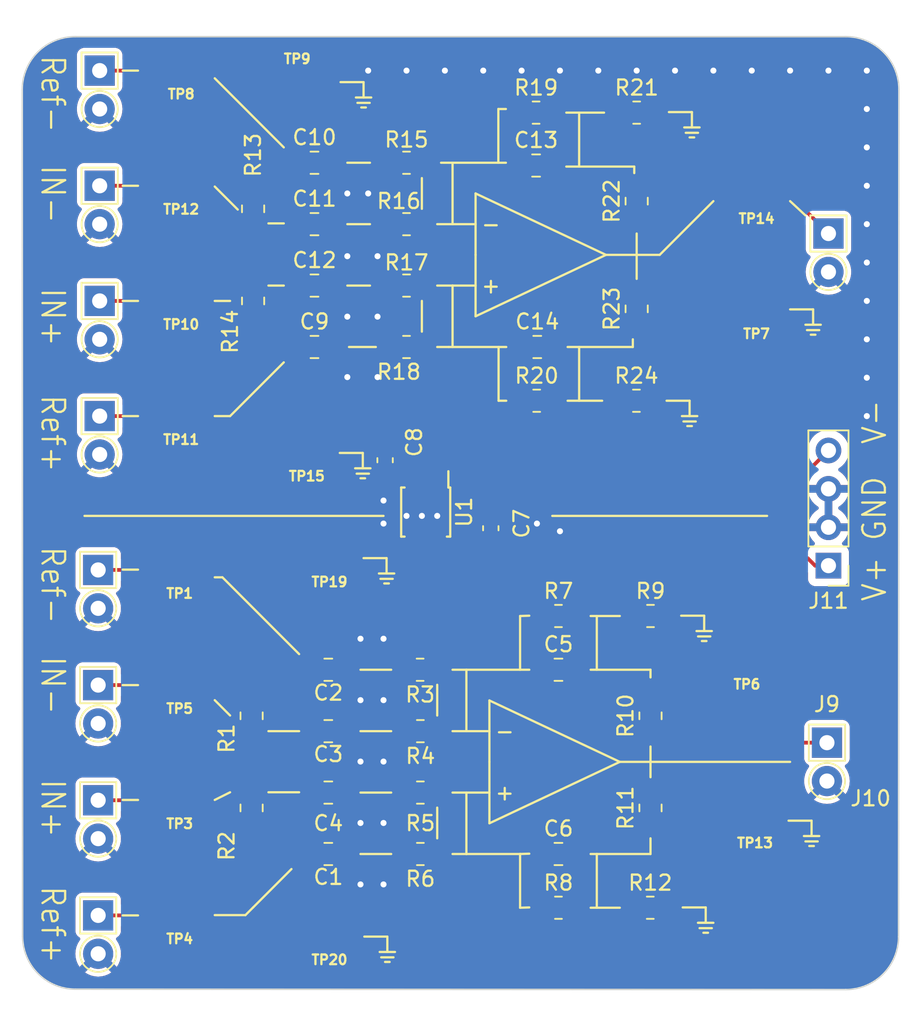
<source format=kicad_pcb>
(kicad_pcb (version 20221018) (generator pcbnew)
  (layers (0 "F.Cu" signal) (31 "B.Cu" signal) (34 "B.Paste" user) (35 "F.Paste" user) (36 "B.SilkS" user "B.Silkscreen") (37 "F.SilkS" user "F.Silkscreen") (38 "B.Mask" user) (39 "F.Mask" user) (44 "Edge.Cuts" user))
  (net 0 "")
  (net 1 "/-Vpwr")
  (net 2 "GND")
  (net 3 "/+Vpwr")
  (net 4 "Net-(J7-Pin_1)")
  (net 5 "Net-(C4-Pad2)")
  (net 6 "/Vout")
  (net 7 "Net-(J1-Pin_1)")
  (net 8 "Net-(C5-Pad2)")
  (net 9 "Net-(J3-Pin_1)")
  (net 10 "Net-(C9-Pad2)")
  (net 11 "Net-(J5-Pin_1)")
  (net 12 "Net-(C3-Pad2)")
  (net 13 "Net-(C6-Pad2)")
  (net 14 "Net-(C12-Pad2)")
  (net 15 "Net-(C13-Pad2)")
  (net 16 "Net-(C14-Pad2)")
  (net 17 "Net-(J18-Pin_1)")
  (net 18 "Net-(J12-Pin_1)")
  (net 19 "Net-(C1-Pad2)")
  (net 20 "Net-(J14-Pin_1)")
  (net 21 "Net-(C2-Pad2)")
  (net 22 "Net-(J16-Pin_1)")
  (net 23 "Net-(C10-Pad2)")
  (net 24 "Net-(C11-Pad2)")
  (net 25 "Net-(J20-Pin_1)")
  (net 26 "Net-(U1B--)")
  (net 27 "Net-(U1B-+)")
  (net 28 "Net-(U1A--)")
  (net 29 "Net-(U1A-+)")
  (footprint "Resistor_SMD:R_0805_2012Metric_Pad1.20x1.40mm_HandSolder" (layer "F.Cu") (at 122.836 161.056 180)
    (fp_text reference "R6")
    (fp_text value "R_Small")
  )
  (footprint "MyLib:TP420X150" (layer "F.Cu") (at 106.58 157.5 180)
    (fp_text reference "TP3")
    (fp_text value "RCWCTE")
  )
  (footprint "Resistor_SMD:R_0805_2012Metric_Pad1.20x1.40mm_HandSolder" (layer "F.Cu") (at 138.076 158.008 90)
    (fp_text reference "R11")
    (fp_text value "R_Small")
  )
  (footprint "Resistor_SMD:R_0805_2012Metric_Pad1.20x1.40mm_HandSolder" (layer "F.Cu") (at 137.16 117.856 90)
    (fp_text reference "R22")
    (fp_text value "R_Small")
  )
  (footprint "MyLib:TP420X150" (layer "F.Cu") (at 106.68 124.46 180)
    (fp_text reference "TP10")
    (fp_text value "RCWCTE")
  )
  (footprint "MyLib:TP420X150" (layer "F.Cu") (at 115 110)
    (fp_text reference "TP9")
    (fp_text value "RCWCTE")
  )
  (footprint "Resistor_SMD:R_0805_2012Metric_Pad1.20x1.40mm_HandSolder" (layer "F.Cu") (at 138.076 145.308)
    (fp_text reference "R9")
    (fp_text value "R_Small")
  )
  (footprint "TestPoint:TestPoint_THTPad_2.0x2.0mm_Drill1.0mm" (layer "F.Cu") (at 101.5 165.12 90)
    (fp_text reference "J7" hide)
    (fp_text value "Conn_01x01")
  )
  (footprint "MyLib:TP420X150" (layer "F.Cu") (at 106.68 116.84 180)
    (fp_text reference "TP12")
    (fp_text value "RCWCTE")
  )
  (footprint "TestPoint:TestPoint_THTPad_D2.0mm_Drill1.0mm" (layer "F.Cu") (at 101.5 152.42 90)
    (fp_text reference "J4" hide)
    (fp_text value "Conn_01x01")
  )
  (footprint "TestPoint:TestPoint_THTPad_D2.0mm_Drill1.0mm" (layer "F.Cu") (at 101.6 119.38 90)
    (fp_text reference "J15" hide)
    (fp_text value "Conn_01x01")
  )
  (footprint "MyLib:TP420X150" (layer "F.Cu") (at 106.68 109.22 180)
    (fp_text reference "TP8")
    (fp_text value "RCWCTE")
  )
  (footprint "Capacitor_SMD:C_0603_1608Metric" (layer "F.Cu") (at 120.5 135 90)
    (fp_text reference "C8")
    (fp_text value "100n")
  )
  (footprint "Capacitor_SMD:C_0805_2012Metric_Pad1.18x1.45mm_HandSolder" (layer "F.Cu") (at 116.74 156.992)
    (fp_text reference "C4")
    (fp_text value "C_Small")
  )
  (footprint "TestPoint:TestPoint_THTPad_D2.0mm_Drill1.0mm" (layer "F.Cu") (at 101.6 111.76 90)
    (fp_text reference "J13" hide)
    (fp_text value "Conn_01x01")
  )
  (footprint "MyLib:TP420X150" (layer "F.Cu") (at 144.78 117.46 180)
    (fp_text reference "TP14")
    (fp_text value "RCWCTE")
  )
  (footprint "MyLib:TP420X150" (layer "F.Cu") (at 144.78 125.08 180)
    (fp_text reference "TP7")
    (fp_text value "RCWCTE")
  )
  (footprint "MyLib:TP420X150" (layer "F.Cu") (at 116.5 141.5 180)
    (fp_text reference "TP19")
    (fp_text value "RCWCTE")
  )
  (footprint "TestPoint:TestPoint_THTPad_D2.0mm_Drill1.0mm" (layer "F.Cu") (at 101.6 127 90)
    (fp_text reference "J17" hide)
    (fp_text value "Conn_01x01")
  )
  (footprint "MyLib:TP420X150" (layer "F.Cu") (at 106.68 132.08 180)
    (fp_text reference "TP11")
    (fp_text value "RCWCTE")
  )
  (footprint "Resistor_SMD:R_0805_2012Metric_Pad1.20x1.40mm_HandSolder" (layer "F.Cu") (at 138.06 164.612)
    (fp_text reference "R12")
    (fp_text value "R_Small")
  )
  (footprint "Resistor_SMD:R_0805_2012Metric_Pad1.20x1.40mm_HandSolder" (layer "F.Cu") (at 130.5 112)
    (fp_text reference "R19")
    (fp_text value "R_Small")
  )
  (footprint "Resistor_SMD:R_0805_2012Metric_Pad1.20x1.40mm_HandSolder" (layer "F.Cu") (at 111.66 158.008 90)
    (fp_text reference "R2")
    (fp_text value "R_Small")
  )
  (footprint "Capacitor_SMD:C_0805_2012Metric_Pad1.18x1.45mm_HandSolder" (layer "F.Cu") (at 130.5 115.5)
    (fp_text reference "C13")
    (fp_text value "C_Small")
  )
  (footprint "Resistor_SMD:R_0805_2012Metric_Pad1.20x1.40mm_HandSolder" (layer "F.Cu") (at 131.98 145.308)
    (fp_text reference "R7")
    (fp_text value "R_Small")
  )
  (footprint "Resistor_SMD:R_0805_2012Metric_Pad1.20x1.40mm_HandSolder" (layer "F.Cu") (at 111.66 151.912 90)
    (fp_text reference "R1")
    (fp_text value "R_Small")
  )
  (footprint "TestPoint:TestPoint_THTPad_D2.0mm_Drill1.0mm" (layer "F.Cu") (at 101.5 167.66 90)
    (fp_text reference "J8" hide)
    (fp_text value "Conn_01x01")
  )
  (footprint "Package_SO:TSSOP-8_3x3mm_P0.65mm" (layer "F.Cu") (at 123.19 138.43 -90)
    (fp_text reference "U1")
    (fp_text value "OPA2333xxDGK")
  )
  (footprint "Capacitor_SMD:C_0805_2012Metric_Pad1.18x1.45mm_HandSolder" (layer "F.Cu") (at 115.824 115.316)
    (fp_text reference "C10")
    (fp_text value "C_Small")
  )
  (footprint "Capacitor_SMD:C_0805_2012Metric_Pad1.18x1.45mm_HandSolder" (layer "F.Cu") (at 115.824 123.444)
    (fp_text reference "C12")
    (fp_text value "C_Small")
  )
  (footprint "TestPoint:TestPoint_THTPad_D2.0mm_Drill1.0mm" (layer "F.Cu") (at 149.76 156.23 180)
    (fp_text reference "J10")
    (fp_text value "Conn_01x01")
  )
  (footprint "Resistor_SMD:R_0805_2012Metric_Pad1.20x1.40mm_HandSolder" (layer "F.Cu") (at 122.836 156.992 180)
    (fp_text reference "R5")
    (fp_text value "R_Small")
  )
  (footprint "Resistor_SMD:R_0805_2012Metric_Pad1.20x1.40mm_HandSolder" (layer "F.Cu") (at 122.836 152.928 180)
    (fp_text reference "R4")
    (fp_text value "R_Small")
  )
  (footprint "TestPoint:TestPoint_THTPad_2.0x2.0mm_Drill1.0mm" (layer "F.Cu") (at 149.86 120 180)
    (fp_text reference "J20" hide)
    (fp_text value "Conn_01x01")
  )
  (footprint "TestPoint:TestPoint_THTPad_D2.0mm_Drill1.0mm" (layer "F.Cu") (at 101.6 134.62 90)
    (fp_text reference "J19" hide)
    (fp_text value "Conn_01x01")
  )
  (footprint "Resistor_SMD:R_0805_2012Metric_Pad1.20x1.40mm_HandSolder" (layer "F.Cu") (at 122.82 148.864 180)
    (fp_text reference "R3")
    (fp_text value "R_Small")
  )
  (footprint "MyLib:TP420X150" (layer "F.Cu") (at 106.58 142.26 180)
    (fp_text reference "TP1")
    (fp_text value "RCWCTE")
  )
  (footprint "MyLib:TP420X150" (layer "F.Cu") (at 144.68 158.77 180)
    (fp_text reference "TP13")
    (fp_text value "RCWCTE")
  )
  (footprint "MyLib:TP420X150" (layer "F.Cu") (at 115 134.5 180)
    (fp_text reference "TP15")
    (fp_text value "RCWCTE")
  )
  (footprint "Capacitor_SMD:C_0805_2012Metric_Pad1.18x1.45mm_HandSolder" (layer "F.Cu") (at 116.74 161.056)
    (fp_text reference "C1")
    (fp_text value "C_Small")
  )
  (footprint "Resistor_SMD:R_0805_2012Metric_Pad1.20x1.40mm_HandSolder" (layer "F.Cu") (at 111.76 118.364 90)
    (fp_text reference "R13")
    (fp_text value "R_Small")
  )
  (footprint "Resistor_SMD:R_0805_2012Metric_Pad1.20x1.40mm_HandSolder" (layer "F.Cu") (at 137.144 131.064)
    (fp_text reference "R24")
    (fp_text value "R_Small")
  )
  (footprint "Capacitor_SMD:C_0805_2012Metric_Pad1.18x1.45mm_HandSolder" (layer "F.Cu") (at 131.98 148.864)
    (fp_text reference "C5")
    (fp_text value "C_Small")
  )
  (footprint "Capacitor_SMD:C_0603_1608Metric" (layer "F.Cu") (at 127.5 139.5 -90)
    (fp_text reference "C7")
    (fp_text value "100n")
  )
  (footprint "Capacitor_SMD:C_0805_2012Metric_Pad1.18x1.45mm_HandSolder" (layer "F.Cu") (at 130.5775 127.508)
    (fp_text reference "C14")
    (fp_text value "C_Small")
  )
  (footprint "TestPoint:TestPoint_THTPad_D2.0mm_Drill1.0mm" (layer "F.Cu") (at 149.86 122.54 180)
    (fp_text reference "J21" hide)
    (fp_text value "Conn_01x01")
  )
  (footprint "TestPoint:TestPoint_THTPad_2.0x2.0mm_Drill1.0mm" (layer "F.Cu") (at 101.6 132.08 90)
    (fp_text reference "J18" hide)
    (fp_text value "Conn_01x01")
  )
  (footprint "Resistor_SMD:R_0805_2012Metric_Pad1.20x1.40mm_HandSolder" (layer "F.Cu") (at 121.92 119.38 180)
    (fp_text reference "R16")
    (fp_text value "R_Small")
  )
  (footprint "TestPoint:TestPoint_THTPad_2.0x2.0mm_Drill1.0mm" (layer "F.Cu") (at 101.6 124.46 90)
    (fp_text reference "J16" hide)
    (fp_text value "Conn_01x01")
  )
  (footprint "Resistor_SMD:R_0805_2012Metric_Pad1.20x1.40mm_HandSolder" (layer "F.Cu") (at 111.76 124.46 90)
    (fp_text reference "R14")
    (fp_text value "R_Small")
  )
  (footprint "MyLib:TP420X150" (layer "F.Cu") (at 106.58 165.12 180)
    (fp_text reference "TP4")
    (fp_text value "RCWCTE")
  )
  (footprint "Capacitor_SMD:C_0805_2012Metric_Pad1.18x1.45mm_HandSolder" (layer "F.Cu") (at 131.98 161.056)
    (fp_text reference "C6")
    (fp_text value "C_Small")
  )
  (footprint "Capacitor_SMD:C_0805_2012Metric_Pad1.18x1.45mm_HandSolder" (layer "F.Cu") (at 116.74 152.928)
    (fp_text reference "C3")
    (fp_text value "C_Small")
  )
  (footprint "TestPoint:TestPoint_THTPad_D2.0mm_Drill1.0mm" (layer "F.Cu") (at 101.5 144.8 90)
    (fp_text reference "J2" hide)
    (fp_text value "Conn_01x01")
  )
  (footprint "MyLib:TP420X150" (layer "F.Cu") (at 106.58 149.88 180)
    (fp_text reference "TP5")
    (fp_text value "RCWCTE")
  )
  (footprint "Capacitor_SMD:C_0805_2012Metric_Pad1.18x1.45mm_HandSolder" (layer "F.Cu") (at 115.824 119.38)
    (fp_text reference "C11")
    (fp_text value "C_Small")
  )
  (footprint "Capacitor_SMD:C_0805_2012Metric_Pad1.18x1.45mm_HandSolder" (layer "F.Cu") (at 115.824 127.508)
    (fp_text reference "C9")
    (fp_text value "C_Small")
  )
  (footprint "TestPoint:TestPoint_THTPad_2.0x2.0mm_Drill1.0mm" (layer "F.Cu") (at 101.6 109.22 90)
    (fp_text reference "J12" hide)
    (fp_text value "Conn_01x01")
  )
  (footprint "TestPoint:TestPoint_THTPad_2.0x2.0mm_Drill1.0mm" (layer "F.Cu") (at 101.5 142.26 90)
    (fp_text reference "J1" hide)
    (fp_text value "Conn_01x01")
  )
  (footprint "MyLib:TP420X150" (layer "F.Cu") (at 116.5 166.5 180)
    (fp_text reference "TP20")
    (fp_text value "RCWCTE")
  )
  (footprint "Resistor_SMD:R_0805_2012Metric_Pad1.20x1.40mm_HandSolder" (layer "F.Cu") (at 121.92 123.444 180)
    (fp_text reference "R17")
    (fp_text value "R_Small")
  )
  (footprint "Resistor_SMD:R_0805_2012Metric_Pad1.20x1.40mm_HandSolder" (layer "F.Cu") (at 121.92 115.316 180)
    (fp_text reference "R15")
    (fp_text value "R_Small")
  )
  (footprint "Resistor_SMD:R_0805_2012Metric_Pad1.20x1.40mm_HandSolder" (layer "F.Cu") (at 137.16 112)
    (fp_text reference "R21")
    (fp_text value "R_Small")
  )
  (footprint "Resistor_SMD:R_0805_2012Metric_Pad1.20x1.40mm_HandSolder" (layer "F.Cu") (at 131.98 164.612)
    (fp_text reference "R8")
    (fp_text value "R_Small")
  )
  (footprint "Capacitor_SMD:C_0805_2012Metric_Pad1.18x1.45mm_HandSolder" (layer "F.Cu") (at 116.74 148.864)
    (fp_text reference "C2")
    (fp_text value "C_Small")
  )
  (footprint "Resistor_SMD:R_0805_2012Metric_Pad1.20x1.40mm_HandSolder" (layer "F.Cu") (at 138.076 151.912 90)
    (fp_text reference "R10")
    (fp_text value "R_Small")
  )
  (footprint "Resistor_SMD:R_0805_2012Metric_Pad1.20x1.40mm_HandSolder" (layer "F.Cu") (at 137.16 124.984 90)
    (fp_text reference "R23")
    (fp_text value "R_Small")
  )
  (footprint "TestPoint:TestPoint_THTPad_2.0x2.0mm_Drill1.0mm" (layer "F.Cu") (at 101.5 149.88 90)
    (fp_text reference "J3" hide)
    (fp_text value "Conn_01x01")
  )
  (footprint "Resistor_SMD:R_0805_2012Metric_Pad1.20x1.40mm_HandSolder" (layer "F.Cu") (at 121.92 127.508 180)
    (fp_text reference "R18")
    (fp_text value "R_Small")
  )
  (footprint "TestPoint:TestPoint_THTPad_2.0x2.0mm_Drill1.0mm" (layer "F.Cu") (at 149.76 153.69 180)
    (fp_text reference "J9")
    (fp_text value "Conn_01x01")
  )
  (footprint "TestPoint:TestPoint_THTPad_2.0x2.0mm_Drill1.0mm" (layer "F.Cu") (at 101.6 116.84 90)
    (fp_text reference "J14" hide)
    (fp_text value "Conn_01x01")
  )
  (footprint "TestPoint:TestPoint_THTPad_2.0x2.0mm_Drill1.0mm" (layer "F.Cu") (at 101.5 157.5 90)
    (fp_text reference "J5" hide)
    (fp_text value "Conn_01x01")
  )
  (footprint "Resistor_SMD:R_0805_2012Metric_Pad1.20x1.40mm_HandSolder" (layer "F.Cu") (at 130.54 131.064)
    (fp_text reference "R20")
    (fp_text value "R_Small")
  )
  (footprint "TestPoint:TestPoint_THTPad_D2.0mm_Drill1.0mm" (layer "F.Cu") (at 101.5 160.04 90)
    (fp_text reference "J6" hide)
    (fp_text value "Conn_01x01")
  )
  (footprint "Connector_PinHeader_2.54mm:PinHeader_1x04_P2.54mm_Vertical" (layer "F.Cu") (at 149.86 141.976 180)
    (fp_text reference "J11")
    (fp_text value "Conn_01x04")
  )
  (footprint "MyLib:TP420X150" (layer "F.Cu") (at 144.78 151.384)
    (fp_text reference "TP6")
    (fp_text value "RCWCTE")
  )
  (gr_line (start 112.776 123.444) (end 113.792 123.444) (stroke (width 0.15)) (layer "F.SilkS"))
  (gr_line (start 104.14 132.08) (end 103.124 132.08) (stroke (width 0.15)) (layer "F.SilkS"))
  (gr_line (start 128.524 131.064) (end 128.016 131.064) (stroke (width 0.15)) (layer "F.SilkS"))
  (gr_line (start 104.14 124.46) (end 103.124 124.46) (stroke (width 0.15)) (layer "F.SilkS"))
  (gr_line (start 129.44 161.056) (end 129.44 164.612) (stroke (width 0.15)) (layer "F.SilkS"))
  (gr_line (start 124.714 127.508) (end 128.524 127.508) (stroke (width 0.15)) (layer "F.SilkS"))
  (gr_line (start 118.5164 135.5344) (end 119.5324 135.5344) (stroke (width 0.15)) (layer "F.SilkS"))
  (gr_line (start 148.336 160.2232) (end 149.1488 160.2232) (stroke (width 0.15)) (layer "F.SilkS"))
  (gr_line (start 126.492 117.348) (end 135.128 121.412) (stroke (width 0.15)) (layer "F.SilkS"))
  (gr_line (start 132.588 131.064) (end 134.874 131.064) (stroke (width 0.15)) (layer "F.SilkS"))
  (gr_line (start 127.408 152.928) (end 124.968 152.928) (stroke (width 0.15)) (layer "F.SilkS"))
  (gr_line (start 148.336 126.0348) (end 149.352 126.0348) (stroke (width 0.15)) (layer "F.SilkS"))
  (gr_line (start 140.6652 131.064) (end 140.6652 132.08) (stroke (width 0.15)) (layer "F.SilkS"))
  (gr_line (start 110.236 151.892) (end 109.22 150.876) (stroke (width 0.15)) (layer "F.SilkS"))
  (gr_line (start 103.124 149.88) (end 104.14 149.88) (stroke (width 0.15)) (layer "F.SilkS"))
  (gr_line (start 126.492 125.476) (end 135.128 121.412) (stroke (width 0.15)) (layer "F.SilkS"))
  (gr_line (start 128 111.76) (end 128.5 111.76) (stroke (width 0.15)) (layer "F.SilkS"))
  (gr_line (start 104.14 116.84) (end 103.124 116.84) (stroke (width 0.15)) (layer "F.SilkS"))
  (gr_line (start 118.872 152.928) (end 120.904 152.928) (stroke (width 0.15)) (layer "F.SilkS"))
  (gr_line (start 110.236 132.08) (end 109.22 132.08) (stroke (width 0.15)) (layer "F.SilkS"))
  (gr_line (start 140.208 164.592) (end 141.732 164.592) (stroke (width 0.15)) (layer "F.SilkS"))
  (gr_line (start 128 115.316) (end 128 111.76) (stroke (width 0.15)) (layer "F.SilkS"))
  (gr_line (start 141.224 165.608) (end 142.24 165.608) (stroke (width 0.15)) (layer "F.SilkS"))
  (gr_line (start 124.714 115.316) (end 124.206 115.316) (stroke (width 0.15)) (layer "F.SilkS"))
  (gr_line (start 125.884 152.928) (end 125.884 148.864) (stroke (width 0.15)) (layer "F.SilkS"))
  (gr_line (start 129.44 161.056) (end 130.048 161.036) (stroke (width 0.15)) (layer "F.SilkS"))
  (gr_line (start 119.0244 134.5184) (end 119.0244 135.5344) (stroke (width 0.15)) (layer "F.SilkS"))
  (gr_line (start 120.2436 167.894) (end 121.0564 167.894) (stroke (width 0.15)) (layer "F.SilkS"))
  (gr_line (start 124.968 123.444) (end 124.968 127.508) (stroke (width 0.15)) (layer "F.SilkS"))
  (gr_line (start 103.124 157.48) (end 104.14 157.48) (stroke (width 0.15)) (layer "F.SilkS"))
  (gr_line (start 124.968 148.864) (end 130.048 148.864) (stroke (width 0.15)) (layer "F.SilkS"))
  (gr_line (start 129.44 145.308) (end 130.048 145.288) (stroke (width 0.15)) (layer "F.SilkS"))
  (gr_line (start 122.936 118.364) (end 122.936 116.332) (stroke (width 0.15)) (layer "F.SilkS"))
  (gr_line (start 126.492 121.412) (end 126.492 117.348) (stroke (width 0.15)) (layer "F.SilkS"))
  (gr_line (start 134.112 161.056) (end 138.076 161.056) (stroke (width 0.15)) (layer "F.SilkS"))
  (gr_line (start 133.35 131.064) (end 133.35 127.508) (stroke (width 0.15)) (layer "F.SilkS"))
  (gr_line (start 129.44 148.864) (end 129.44 145.308) (stroke (width 0.15)) (layer "F.SilkS"))
  (gr_line (start 145.796 138.684) (end 131.572 138.684) (stroke (width 0.15)) (layer "F.SilkS"))
  (gr_line (start 120.4976 168.1988) (end 120.8024 168.1988) (stroke (width 0.15)) (layer "F.SilkS"))
  (gr_line (start 120.396 138.684) (end 100.596 138.684) (stroke (width 0.15)) (layer "F.SilkS"))
  (gr_line (start 136.906 127.508) (end 136.906 127) (stroke (width 0.15)) (layer "F.SilkS"))
  (gr_line (start 127.408 156.992) (end 124.968 156.992) (stroke (width 0.15)) (layer "F.SilkS"))
  (gr_line (start 148.59 160.528) (end 148.8948 160.528) (stroke (width 0.15)) (layer "F.SilkS"))
  (gr_line (start 112.776 119.3292) (end 113.792 119.3292) (stroke (width 0.15)) (layer "F.SilkS"))
  (gr_line (start 118 119.38) (end 119.5 119.38) (stroke (width 0.15)) (layer "F.SilkS"))
  (gr_line (start 148.2344 159.8676) (end 149.2504 159.8676) (stroke (width 0.15)) (layer "F.SilkS"))
  (gr_line (start 125.884 161.056) (end 124.968 161.056) (stroke (width 0.15)) (layer "F.SilkS"))
  (gr_line (start 141.224 146.6596) (end 142.0368 146.6596) (stroke (width 0.15)) (layer "F.SilkS"))
  (gr_line (start 111.76 164.592) (end 111.252 165.1) (stroke (width 0.15)) (layer "F.SilkS"))
  (gr_line (start 148.7424 158.8516) (end 148.7424 159.8676) (stroke (width 0.15)) (layer "F.SilkS"))
  (gr_line (start 140.1572 132.08) (end 141.1732 132.08) (stroke (width 0.15)) (layer "F.SilkS"))
  (gr_line (start 123.952 160.02) (end 123.952 157.988) (stroke (width 0.15)) (layer "F.SilkS"))
  (gr_line (start 112.776 156.972) (end 114.808 156.972) (stroke (width 0.15)) (layer "F.SilkS"))
  (gr_line (start 124.968 119.38) (end 124.968 115.316) (stroke (width 0.15)) (layer "F.SilkS"))
  (gr_line (start 139.1412 131.064) (end 140.6652 131.064) (stroke (width 0.15)) (layer "F.SilkS"))
  (gr_line (start 141.6304 145.288) (end 141.6304 146.304) (stroke (width 0.15)) (layer "F.SilkS"))
  (gr_line (start 120.142 167.5384) (end 121.158 167.5384) (stroke (width 0.15)) (layer "F.SilkS"))
  (gr_line (start 148.844 125.0188) (end 148.844 126.0348) (stroke (width 0.15)) (layer "F.SilkS"))
  (gr_line (start 132.5 112) (end 135 112) (stroke (width 0.15)) (layer "F.SilkS"))
  (gr_line (start 124.968 123.444) (end 123.952 123.444) (stroke (width 0.15)) (layer "F.SilkS"))
  (gr_line (start 118.9228 111.6584) (end 119.2276 111.6584) (stroke (width 0.15)) (layer "F.SilkS"))
  (gr_line (start 141.732 165.608) (end 141.224 165.608) (stroke (width 0.15)) (layer "F.SilkS"))
  (gr_line (start 125.884 156.992) (end 125.884 161.056) (stroke (width 0.15)) (layer "F.SilkS"))
  (gr_line (start 119.0752 141.478) (end 120.5992 141.478) (stroke (width 0.15)) (layer "F.SilkS"))
  (gr_line (start 118 123.444) (end 119.5 123.444) (stroke (width 0.15)) (layer "F.SilkS"))
  (gr_line (start 124.968 119.38) (end 123.952 119.38) (stroke (width 0.15)) (layer "F.SilkS"))
  (gr_line (start 126.492 119.38) (end 124.968 119.38) (stroke (width 0.15)) (layer "F.SilkS"))
  (gr_line (start 113.792 128.524) (end 110.236 132.08) (stroke (width 0.15)) (layer "F.SilkS"))
  (gr_line (start 125.884 161.056) (end 129.44 161.056) (stroke (width 0.15)) (layer "F.SilkS"))
  (gr_line (start 127.408 154.96) (end 127.408 159.024) (stroke (width 0.15)) (layer "F.SilkS"))
  (gr_line (start 140.5128 132.7404) (end 140.8176 132.7404) (stroke (width 0.15)) (layer "F.SilkS"))
  (gr_line (start 127.408 154.96) (end 127.408 150.896) (stroke (width 0.15)) (layer "F.SilkS"))
  (gr_line (start 117.5004 134.5184) (end 119.0244 134.5184) (stroke (width 0.15)) (layer "F.SilkS"))
  (gr_line (start 120.904 156.992) (end 118.872 156.992) (stroke (width 0.15)) (layer "F.SilkS"))
  (gr_line (start 147.2184 158.8516) (end 148.7424 158.8516) (stroke (width 0.15)) (layer "F.SilkS"))
  (gr_line (start 138.076 155.976) (end 138.076 153.944) (stroke (width 0.15)) (layer "F.SilkS"))
  (gr_line (start 110.744 118.4148) (end 109.22 116.8908) (stroke (width 0.15)) (layer "F.SilkS"))
  (gr_line (start 120.4468 143.1544) (end 120.7516 143.1544) (stroke (width 0.15)) (layer "F.SilkS"))
  (gr_line (start 141.478 146.9644) (end 141.7828 146.9644) (stroke (width 0.15)) (layer "F.SilkS"))
  (gr_line (start 120.0912 142.494) (end 121.1072 142.494) (stroke (width 0.15)) (layer "F.SilkS"))
  (gr_line (start 126.492 123.444) (end 124.968 123.444) (stroke (width 0.15)) (layer "F.SilkS"))
  (gr_line (start 141.732 164.592) (end 141.732 165.608) (stroke (width 0.15)) (layer "F.SilkS"))
  (gr_line (start 140.3096 112.9792) (end 141.3256 112.9792) (stroke (width 0.15)) (layer "F.SilkS"))
  (gr_line (start 140.8176 111.9632) (end 140.8176 112.9792) (stroke (width 0.15)) (layer "F.SilkS"))
  (gr_line (start 109.728 142.748) (end 109.22 142.748) (stroke (width 0.15)) (layer "F.SilkS"))
  (gr_line (start 141.3256 165.9636) (end 142.1384 165.9636) (stroke (width 0.15)) (layer "F.SilkS"))
  (gr_line (start 124.714 127.508) (end 123.952 127.508) (stroke (width 0.15)) (layer "F.SilkS"))
  (gr_line (start 112.776 152.928) (end 114.808 152.928) (stroke (width 0.15)) (layer "F.SilkS"))
  (gr_line (start 109.728 142.748) (end 114.808 147.828) (stroke (width 0.15)) (layer "F.SilkS"))
  (gr_line (start 138.076 149.372) (end 138.076 148.864) (stroke (width 0.15)) (layer "F.SilkS"))
  (gr_line (start 109.22 124.46) (end 110.236 124.46) (stroke (width 0.15)) (layer "F.SilkS"))
  (gr_line (start 122.936 126.492) (end 122.936 124.46) (stroke (width 0.15)) (layer "F.SilkS"))
  (gr_line (start 114.3 162.052) (end 111.76 164.592) (stroke (width 0.15)) (layer "F.SilkS"))
  (gr_line (start 141.5796 166.2684) (end 141.8844 166.2684) (stroke (width 0.15)) (layer "F.SilkS"))
  (gr_line (start 120.904 161.056) (end 118.872 161.056) (stroke (width 0.15)) (layer "F.SilkS"))
  (gr_line (start 129.44 164.612) (end 130.048 164.592) (stroke (width 0.15)) (layer "F.SilkS"))
  (gr_line (start 120.65 166.5224) (end 120.65 167.5384) (stroke (width 0.15)) (layer "F.SilkS"))
  (gr_line (start 103.124 165.12) (end 104.14 165.12) (stroke (width 0.15)) (layer "F.SilkS"))
  (gr_line (start 118 115.316) (end 119.5 115.316) (stroke (width 0.15)) (layer "F.SilkS"))
  (gr_line (start 135.128 121.412) (end 138.684 121.412) (stroke (width 0.15)) (layer "F.SilkS"))
  (gr_line (start 103.124 142.24) (end 104.14 142.24) (stroke (width 0.15)) (layer "F.SilkS"))
  (gr_line (start 124.714 115.316) (end 128.5 115.316) (stroke (width 0.15)) (layer "F.SilkS"))
  (gr_line (start 118.618 135.89) (end 119.4308 135.89) (stroke (width 0.15)) (layer "F.SilkS"))
  (gr_line (start 117.5512 109.982) (end 119.0752 109.982) (stroke (width 0.15)) (layer "F.SilkS"))
  (gr_line (start 118.872 136.1948) (end 119.1768 136.1948) (stroke (width 0.15)) (layer "F.SilkS"))
  (gr_line (start 140.2588 132.4356) (end 141.0716 132.4356) (stroke (width 0.15)) (layer "F.SilkS"))
  (gr_line (start 133.35 115.5) (end 133.35 112) (stroke (width 0.15)) (layer "F.SilkS"))
  (gr_line (start 126.492 121.412) (end 126.492 125.476) (stroke (width 0.15)) (layer "F.SilkS"))
  (gr_line (start 134.52 148.864) (end 134.52 145.308) (stroke (width 0.15)) (layer "F.SilkS"))
  (gr_line (start 104.14 109.22) (end 103.124 109.22) (stroke (width 0.15)) (layer "F.SilkS"))
  (gr_line (start 134.52 164.612) (end 134.52 161.056) (stroke (width 0.15)) (layer "F.SilkS"))
  (gr_line (start 148.4376 126.3904) (end 149.2504 126.3904) (stroke (width 0.15)) (layer "F.SilkS"))
  (gr_line (start 120.1928 142.8496) (end 121.0056 142.8496) (stroke (width 0.15)) (layer "F.SilkS"))
  (gr_line (start 136.044 154.96) (end 147.32 154.96) (stroke (width 0.15)) (layer "F.SilkS"))
  (gr_line (start 119.126 166.5224) (end 120.65 166.5224) (stroke (width 0.15)) (layer "F.SilkS"))
  (gr_line (start 138.076 148.864) (end 134.112 148.864) (stroke (width 0.15)) (layer "F.SilkS"))
  (gr_line (start 138.684 121.412) (end 142.24 117.856) (stroke (width 0.15)) (layer "F.SilkS"))
  (gr_line (start 118.11 127.508) (end 119.888 127.508) (stroke (width 0.15)) (layer "F.SilkS"))
  (gr_line (start 118.872 148.864) (end 120.904 148.864) (stroke (width 0.15)) (layer "F.SilkS"))
  (gr_line (start 148.6916 126.6952) (end 148.9964 126.6952) (stroke (width 0.15)) (layer "F.SilkS"))
  (gr_line (start 137 115.57) (end 137 116) (stroke (width 0.15)) (layer "F.SilkS"))
  (gr_line (start 147.32 125.0188) (end 148.844 125.0188) (stroke (width 0.15)) (layer "F.SilkS"))
  (gr_line (start 134.112 164.612) (end 136.044 164.612) (stroke (width 0.15)) (layer "F.SilkS"))
  (gr_line (start 137 115.57) (end 132.5 115.57) (stroke (width 0.15)) (layer "F.SilkS"))
  (gr_line (start 140.1064 145.288) (end 141.6304 145.288) (stroke (width 0.15)) (layer "F.SilkS"))
  (gr_line (start 127.408 150.896) (end 136.044 154.96) (stroke (width 0.15)) (layer "F.SilkS"))
  (gr_line (start 118.5672 110.998) (end 119.5832 110.998) (stroke (width 0.15)) (layer "F.SilkS"))
  (gr_line (start 128.016 127.508) (end 128.016 131.064) (stroke (width 0.15)) (layer "F.SilkS"))
  (gr_line (start 138.076 161.056) (end 138.076 160.02) (stroke (width 0.15)) (layer "F.SilkS"))
  (gr_line (start 141.1224 146.304) (end 142.1384 146.304) (stroke (width 0.15)) (layer "F.SilkS"))
  (gr_line (start 109.22 109.728) (end 113.792 114.3) (stroke (width 0.15)) (layer "F.SilkS"))
  (gr_line (start 118.6688 111.3536) (end 119.4816 111.3536) (stroke (width 0.15)) (layer "F.SilkS"))
  (gr_line (start 119.0752 109.982) (end 119.0752 110.998) (stroke (width 0.15)) (layer "F.SilkS"))
  (gr_line (start 109.22 157.48) (end 110.236 156.972) (stroke (width 0.15)) (layer "F.SilkS"))
  (gr_line (start 127.408 159.024) (end 136.044 154.96) (stroke (width 0.15)) (layer "F.SilkS"))
  (gr_line (start 147.32 117.856) (end 148.336 118.8) (stroke (width 0.15)) (layer "F.SilkS"))
  (gr_line (start 140.6652 113.6396) (end 140.97 113.6396) (stroke (width 0.15)) (layer "F.SilkS"))
  (gr_line (start 111.252 165.1) (end 109.22 165.1) (stroke (width 0.15)) (layer "F.SilkS"))
  (gr_line (start 123.952 151.892) (end 123.952 149.86) (stroke (width 0.15)) (layer "F.SilkS"))
  (gr_line (start 139.2936 111.9632) (end 140.8176 111.9632) (stroke (width 0.15)) (layer "F.SilkS"))
  (gr_line (start 134.112 145.308) (end 136.044 145.308) (stroke (width 0.15)) (layer "F.SilkS"))
  (gr_line (start 120.5992 141.478) (end 120.5992 142.494) (stroke (width 0.15)) (layer "F.SilkS"))
  (gr_line (start 132.588 127.508) (end 136.906 127.508) (stroke (width 0.15)) (layer "F.SilkS"))
  (gr_line (start 137.16 123) (end 137.16 120) (stroke (width 0.15)) (layer "F.SilkS"))
  (gr_line (start 140.4112 113.3348) (end 141.224 113.3348) (stroke (width 0.15)) (layer "F.SilkS"))
  (gr_line (start 154.5 166.525126) (end 154.525117 110.474874) (stroke (width 0.1)) (layer "Edge.Cuts"))
  (gr_arc (start 154.5 166.525126) (mid 153.474874 169) (end 151 170.025126) (stroke (width 0.1)) (layer "Edge.Cuts"))
  (gr_arc (start 100 170) (mid 97.525126 168.974874) (end 96.5 166.5) (stroke (width 0.1)) (layer "Edge.Cuts"))
  (gr_line (start 99.974874 106.974874) (end 151.025117 106.974874) (stroke (width 0.1)) (layer "Edge.Cuts"))
  (gr_arc (start 96.474874 110.474874) (mid 97.500008 108.000008) (end 99.974874 106.974874) (stroke (width 0.1)) (layer "Edge.Cuts"))
  (gr_arc (start 151.025117 106.974874) (mid 153.5 107.999999) (end 154.525117 110.474874) (stroke (width 0.1)) (layer "Edge.Cuts"))
  (gr_line (start 96.5 166.5) (end 96.474874 110.474874) (stroke (width 0.1)) (layer "Edge.Cuts"))
  (gr_line (start 100 170) (end 151 170.025126) (stroke (width 0.1)) (layer "Edge.Cuts"))
  (gr_text "-" (at 128.424 152.928) (layer "F.SilkS") (effects (font (size 1 1))))
  (gr_text "Ref-  IN-    IN+   Ref+" (at 98.5 122 -90) (layer "F.SilkS") (effects (font (size 1.5 1.4))))
  (gr_text "+" (at 128.424 156.992) (layer "F.SilkS") (effects (font (size 1 1))))
  (gr_text "V+ GND  V-\n" (at 152.908 137.668 90) (layer "F.SilkS") (effects (font (size 1.5 1.4))))
  (gr_text "+" (at 127.508 123.444) (layer "F.SilkS") (effects (font (size 1 1))))
  (gr_text "-" (at 127.508 119.38) (layer "F.SilkS") (effects (font (size 1 1))))
  (gr_text "Ref-  IN-    IN+   Ref+" (at 98.5 154.5 -90) (layer "F.SilkS") (effects (font (size 1.5 1.4))))
  (segment (start 148.847 135.369) (end 149.86 134.356) (width 0.25) (layer "F.Cu") (net 1))
  (segment (start 144.131 135.369) (end 148.847 135.369) (width 0.25) (layer "F.Cu") (net 1))
  (segment (start 122.225 137.5) (end 142 137.5) (width 0.25) (layer "F.Cu") (net 1))
  (segment (start 121.71 135.775) (end 122.215 136.28) (width 0.25) (layer "F.Cu") (net 1))
  (segment (start 142 137.5) (end 144.131 135.369) (width 0.25) (layer "F.Cu") (net 1))
  (segment (start 120.5 135.775) (end 122.225 137.5) (width 0.25) (layer "F.Cu") (net 1))
  (segment (start 120.5 135.775) (end 121.71 135.775) (width 0.25) (layer "F.Cu") (net 1))
  (segment (start 144.58 125.08) (end 144.78 125.08) (width 0.25) (layer "F.Cu") (net 2))
  (segment (start 144.92 125.08) (end 144.78 125.08) (width 0.25) (layer "F.Cu") (net 2))
  (via (at 118.872 159.004) (size 0.8) (drill 0.4) (layers "F.Cu" "B.Cu") (net 2))
  (via (at 120.396 137.668) (size 0.8) (drill 0.4) (layers "F.Cu" "B.Cu") (net 2))
  (via (at 121.92 138.684) (size 0.8) (drill 0.4) (layers "F.Cu" "B.Cu") (net 2))
  (via (at 124.46 109.22) (size 0.8) (drill 0.4) (layers "F.Cu" "B.Cu") (net 2))
  (via (at 120.396 154.94) (size 0.8) (drill 0.4) (layers "F.Cu" "B.Cu") (net 2))
  (via (at 120 121.5) (size 0.8) (drill 0.4) (layers "F.Cu" "B.Cu") (net 2))
  (via (at 120.396 159.004) (size 0.8) (drill 0.4) (layers "F.Cu" "B.Cu") (net 2))
  (via (at 120 125.5) (size 0.8) (drill 0.4) (layers "F.Cu" "B.Cu") (net 2))
  (via (at 132.08 109.22) (size 0.8) (drill 0.4) (layers "F.Cu" "B.Cu") (net 2))
  (via (at 119.38 117.348) (size 0.8) (drill 0.4) (layers "F.Cu" "B.Cu") (net 2))
  (via (at 118 129.5) (size 0.8) (drill 0.4) (layers "F.Cu" "B.Cu") (net 2))
  (via (at 120 129.5) (size 0.8) (drill 0.4) (layers "F.Cu" "B.Cu") (net 2))
  (via (at 152.4 111.76) (size 0.8) (drill 0.4) (layers "F.Cu" "B.Cu") (net 2))
  (via (at 152.4 132.08) (size 0.8) (drill 0.4) (layers "F.Cu" "B.Cu") (net 2))
  (via (at 130.556 139.192) (size 0.8) (drill 0.4) (layers "F.Cu" "B.Cu") (net 2))
  (via (at 152.4 121.92) (size 0.8) (drill 0.4) (layers "F.Cu" "B.Cu") (net 2))
  (via (at 132.08 139.7) (size 0.8) (drill 0.4) (layers "F.Cu" "B.Cu") (net 2))
  (via (at 119.38 109.22) (size 0.8) (drill 0.4) (layers "F.Cu" "B.Cu") (net 2))
  (via (at 118.872 150.876) (size 0.8) (drill 0.4) (layers "F.Cu" "B.Cu") (net 2))
  (via (at 120.396 163.068) (size 0.8) (drill 0.4) (layers "F.Cu" "B.Cu") (net 2))
  (via (at 123.952 138.684) (size 0.8) (drill 0.4) (layers "F.Cu" "B.Cu") (net 2))
  (via (at 118.872 146.812) (size 0.8) (drill 0.4) (layers "F.Cu" "B.Cu") (net 2))
  (via (at 120.396 139.192) (size 0.8) (drill 0.4) (layers "F.Cu" "B.Cu") (net 2))
  (via (at 149.86 109.22) (size 0.8) (drill 0.4) (layers "F.Cu" "B.Cu") (net 2))
  (via (at 129.54 109.22) (size 0.8) (drill 0.4) (layers "F.Cu" "B.Cu") (net 2))
  (via (at 134.62 109.22) (size 0.8) (drill 0.4) (layers "F.Cu" "B.Cu") (net 2))
  (via (at 152.4 124.46) (size 0.8) (drill 0.4) (layers "F.Cu" "B.Cu") (net 2))
  (via (at 121.92 109.22) (size 0.8) (drill 0.4) (layers "F.Cu" "B.Cu") (net 2))
  (via (at 152.4 116.84) (size 0.8) (drill 0.4) (layers "F.Cu" "B.Cu") (net 2))
  (via (at 152.4 129.54) (size 0.8) (drill 0.4) (layers "F.Cu" "B.Cu") (net 2))
  (via (at 122.936 138.684) (size 0.8) (drill 0.4) (layers "F.Cu" "B.Cu") (net 2))
  (via (at 152.4 119.38) (size 0.8) (drill 0.4) (layers "F.Cu" "B.Cu") (net 2))
  (via (at 120.396 146.812) (size 0.8) (drill 0.4) (layers "F.Cu" "B.Cu") (net 2))
  (via (at 152.4 114.3) (size 0.8) (drill 0.4) (layers "F.Cu" "B.Cu") (net 2))
  (via (at 147.32 109.22) (size 0.8) (drill 0.4) (layers "F.Cu" "B.Cu") (net 2))
  (via (at 152.4 109.22) (size 0.8) (drill 0.4) (layers "F.Cu" "B.Cu") (net 2))
  (via (at 118 117.348) (size 0.8) (drill 0.4) (layers "F.Cu" "B.Cu") (net 2))
  (via (at 118 125.5) (size 0.8) (drill 0.4) (layers "F.Cu" "B.Cu") (net 2))
  (via (at 118 121.5) (size 0.8) (drill 0.4) (layers "F.Cu" "B.Cu") (net 2))
  (via (at 152.4 127) (size 0.8) (drill 0.4) (layers "F.Cu" "B.Cu") (net 2))
  (via (at 139.7 109.22) (size 0.8) (drill 0.4) (layers "F.Cu" "B.Cu") (net 2))
  (via (at 118.872 163.068) (size 0.8) (drill 0.4) (layers "F.Cu" "B.Cu") (net 2))
  (via (at 120.396 150.876) (size 0.8) (drill 0.4) (layers "F.Cu" "B.Cu") (net 2))
  (via (at 118.872 154.94) (size 0.8) (drill 0.4) (layers "F.Cu" "B.Cu") (net 2))
  (via (at 137.16 109.22) (size 0.8) (drill 0.4) (layers "F.Cu" "B.Cu") (net 2))
  (via (at 144.78 109.22) (size 0.8) (drill 0.4) (layers "F.Cu" "B.Cu") (net 2))
  (via (at 142.24 109.22) (size 0.8) (drill 0.4) (layers "F.Cu" "B.Cu") (net 2))
  (via (at 127 109.22) (size 0.8) (drill 0.4) (layers "F.Cu" "B.Cu") (net 2))
  (segment (start 130.411 141.491) (end 148.491 141.491) (width 0.25) (layer "F.Cu") (net 3))
  (segment (start 148.491 141.491) (end 148.976 141.976) (width 0.25) (layer "F.Cu") (net 3))
  (segment (start 124.165 140.58) (end 129.5 140.58) (width 0.25) (layer "F.Cu") (net 3))
  (segment (start 129.5 140.58) (end 130.411 141.491) (width 0.25) (layer "F.Cu") (net 3))
  (segment (start 148.976 141.976) (end 149.86 141.976) (width 0.25) (layer "F.Cu") (net 3))
  (segment (start 101.5 165.12) (end 111.6385 165.12) (width 0.25) (layer "F.Cu") (net 4))
  (segment (start 111.6385 165.12) (end 115.7025 161.056) (width 0.25) (layer "F.Cu") (net 4))
  (segment (start 117.7775 156.992) (end 121.836 156.992) (width 0.25) (layer "F.Cu") (net 5))
  (segment (start 138.076 155.294) (end 138.076 157.008) (width 0.25) (layer "F.Cu") (net 6))
  (segment (start 126.418 144.283) (end 131.568173 144.283) (width 0.25) (layer "F.Cu") (net 6))
  (segment (start 123.515 141.38) (end 126.418 144.283) (width 0.25) (layer "F.Cu") (net 6))
  (segment (start 142.26 153.69) (end 149.76 153.69) (width 0.25) (layer "F.Cu") (net 6))
  (segment (start 123.515 140.58) (end 123.515 141.38) (width 0.25) (layer "F.Cu") (net 6))
  (segment (start 132.055 144.769827) (end 132.055 151.055) (width 0.25) (layer "F.Cu") (net 6))
  (segment (start 132.055 151.055) (end 136.294 155.294) (width 0.25) (layer "F.Cu") (net 6))
  (segment (start 131.568173 144.283) (end 132.055 144.769827) (width 0.25) (layer "F.Cu") (net 6))
  (segment (start 144.68 152.5) (end 143.49 153.69) (width 0.25) (layer "F.Cu") (net 6))
  (segment (start 136.294 155.294) (end 138.076 155.294) (width 0.25) (layer "F.Cu") (net 6))
  (segment (start 143.49 153.69) (end 142.26 153.69) (width 0.25) (layer "F.Cu") (net 6))
  (segment (start 139.68 153.69) (end 142.26 153.69) (width 0.25) (layer "F.Cu") (net 6))
  (segment (start 138.076 155.294) (end 139.68 153.69) (width 0.25) (layer "F.Cu") (net 6))
  (segment (start 144.68 151.15) (end 144.68 152.5) (width 0.25) (layer "F.Cu") (net 6))
  (segment (start 138.076 152.912) (end 138.076 155.294) (width 0.25) (layer "F.Cu") (net 6))
  (segment (start 115.7025 148.864) (end 115.7025 148.2025) (width 0.25) (layer "F.Cu") (net 7))
  (segment (start 115.7025 148.2025) (end 109.76 142.26) (width 0.25) (layer "F.Cu") (net 7))
  (segment (start 109.76 142.26) (end 101.5 142.26) (width 0.25) (layer "F.Cu") (net 7))
  (segment (start 138.076 150.912) (end 135.0655 150.912) (width 0.25) (layer "F.Cu") (net 8))
  (segment (start 135.0655 150.912) (end 133.0175 148.864) (width 0.25) (layer "F.Cu") (net 8))
  (segment (start 133.0175 145.3455) (end 132.98 145.308) (width 0.25) (layer "F.Cu") (net 8))
  (segment (start 133.0175 148.864) (end 133.0175 145.3455) (width 0.25) (layer "F.Cu") (net 8))
  (segment (start 137.076 145.308) (end 132.98 145.308) (width 0.25) (layer "F.Cu") (net 8))
  (segment (start 108.732 149.88) (end 111.66 152.808) (width 0.25) (layer "F.Cu") (net 9))
  (segment (start 111.676 152.928) (end 111.66 152.912) (width 0.25) (layer "F.Cu") (net 9))
  (segment (start 115.7025 152.928) (end 111.676 152.928) (width 0.25) (layer "F.Cu") (net 9))
  (segment (start 101.5 149.88) (end 108.732 149.88) (width 0.25) (layer "F.Cu") (net 9))
  (segment (start 111.66 152.808) (end 111.66 152.912) (width 0.25) (layer "F.Cu") (net 9))
  (segment (start 116.8615 127.508) (end 120.92 127.508) (width 0.25) (layer "F.Cu") (net 10))
  (segment (start 111.66 157.008) (end 115.6865 157.008) (width 0.25) (layer "F.Cu") (net 11))
  (segment (start 110.422 157.008) (end 111.66 157.008) (width 0.25) (layer "F.Cu") (net 11))
  (segment (start 109.93 157.5) (end 110.422 157.008) (width 0.25) (layer "F.Cu") (net 11))
  (segment (start 115.6865 157.008) (end 115.7025 156.992) (width 0.25) (layer "F.Cu") (net 11))
  (segment (start 101.5 157.5) (end 109.93 157.5) (width 0.25) (layer "F.Cu") (net 11))
  (segment (start 117.7775 152.928) (end 121.836 152.928) (width 0.25) (layer "F.Cu") (net 12))
  (segment (start 138.076 159.008) (end 135.0655 159.008) (width 0.25) (layer "F.Cu") (net 13))
  (segment (start 135.0655 159.008) (end 133.0175 161.056) (width 0.25) (layer "F.Cu") (net 13))
  (segment (start 132.98 161.0935) (end 133.0175 161.056) (width 0.25) (layer "F.Cu") (net 13))
  (segment (start 132.98 164.612) (end 132.98 161.0935) (width 0.25) (layer "F.Cu") (net 13))
  (segment (start 137.06 164.612) (end 132.98 164.612) (width 0.25) (layer "F.Cu") (net 13))
  (segment (start 116.8615 123.444) (end 120.92 123.444) (width 0.25) (layer "F.Cu") (net 14))
  (segment (start 135.92 112) (end 136.16 111.76) (width 0.25) (layer "F.Cu") (net 15))
  (segment (start 136.16 115.856) (end 137.16 116.856) (width 0.25) (layer "F.Cu") (net 15))
  (segment (start 131.5935 111.7815) (end 131.812 112) (width 0.25) (layer "F.Cu") (net 15))
  (segment (start 131.5935 115.316) (end 131.5935 111.7815) (width 0.25) (layer "F.Cu") (net 15))
  (segment (start 136.16 111.76) (end 136.16 115.856) (width 0.25) (layer "F.Cu") (net 15))
  (segment (start 131.812 112) (end 135.92 112) (width 0.25) (layer "F.Cu") (net 15))
  (segment (start 137.16 125.984) (end 137.16 127.34) (width 0.25) (layer "F.Cu") (net 16))
  (segment (start 137.16 127.34) (end 136 128.5) (width 0.25) (layer "F.Cu") (net 16))
  (segment (start 136 130.92) (end 136.144 131.064) (width 0.25) (layer "F.Cu") (net 16))
  (segment (start 131.615 130.989) (end 131.54 131.064) (width 0.25) (layer "F.Cu") (net 16))
  (segment (start 131.54 131.064) (end 136.144 131.064) (width 0.25) (layer "F.Cu") (net 16))
  (segment (start 131.615 127.508) (end 131.615 130.989) (width 0.25) (layer "F.Cu") (net 16))
  (segment (start 136 128.5) (end 136 130.92) (width 0.25) (layer "F.Cu") (net 16))
  (segment (start 110.2145 132.08) (end 114.7865 127.508) (width 0.25) (layer "F.Cu") (net 17))
  (segment (start 101.6 132.08) (end 110.2145 132.08) (width 0.25) (layer "F.Cu") (net 17))
  (segment (start 101.6 109.22) (end 108.6905 109.22) (width 0.25) (layer "F.Cu") (net 18))
  (segment (start 108.6905 109.22) (end 114.7865 115.316) (width 0.25) (layer "F.Cu") (net 18))
  (segment (start 121.836 161.056) (end 117.7775 161.056) (width 0.25) (layer "F.Cu") (net 19))
  (segment (start 101.6 116.84) (end 106.68 116.84) (width 0.25) (layer "F.Cu") (net 20))
  (segment (start 114.7705 119.364) (end 114.7865 119.38) (width 0.25) (layer "F.Cu") (net 20))
  (segment (start 109.236 116.84) (end 106.68 116.84) (width 0.25) (layer "F.Cu") (net 20))
  (segment (start 111.76 119.364) (end 109.236 116.84) (width 0.25) (layer "F.Cu") (net 20))
  (segment (start 111.76 119.364) (end 114.7705 119.364) (width 0.25) (layer "F.Cu") (net 20))
  (segment (start 121.82 148.864) (end 117.7775 148.864) (width 0.25) (layer "F.Cu") (net 21))
  (segment (start 114.7705 123.46) (end 114.7865 123.444) (width 0.25) (layer "F.Cu") (net 22))
  (segment (start 111.76 123.46) (end 114.7705 123.46) (width 0.25) (layer "F.Cu") (net 22))
  (segment (start 101.6 124.46) (end 110.76 124.46) (width 0.25) (layer "F.Cu") (net 22))
  (segment (start 110.76 124.46) (end 111.76 123.46) (width 0.25) (layer "F.Cu") (net 22))
  (segment (start 116.8615 115.316) (end 120.92 115.316) (width 0.25) (layer "F.Cu") (net 23))
  (segment (start 116.8615 119.38) (end 120.92 119.38) (width 0.25) (layer "F.Cu") (net 24))
  (segment (start 127.372 136.28) (end 127.652 136) (width 0.25) (layer "F.Cu") (net 25))
  (segment (start 147.32 117.46) (end 149.86 120) (width 0.25) (layer "F.Cu") (net 25))
  (segment (start 132.821173 136) (end 137.069 131.752173) (width 0.25) (layer "F.Cu") (net 25))
  (segment (start 138.5 129) (end 138.5 125.324) (width 0.25) (layer "F.Cu") (net 25))
  (segment (start 138.556 117.46) (end 144.78 117.46) (width 0.25) (layer "F.Cu") (net 25))
  (segment (start 137.16 118.856) (end 138.556 117.46) (width 0.25) (layer "F.Cu") (net 25))
  (segment (start 137.16 123.984) (end 137.16 118.856) (width 0.25) (layer "F.Cu") (net 25))
  (segment (start 127.652 136) (end 132.821173 136) (width 0.25) (layer "F.Cu") (net 25))
  (segment (start 137.069 130.431) (end 138.5 129) (width 0.25) (layer "F.Cu") (net 25))
  (segment (start 138.5 125.324) (end 137.16 123.984) (width 0.25) (layer "F.Cu") (net 25))
  (segment (start 137.069 131.752173) (end 137.069 130.431) (width 0.25) (layer "F.Cu") (net 25))
  (segment (start 124.165 136.28) (end 127.372 136.28) (width 0.25) (layer "F.Cu") (net 25))
  (segment (start 144.78 117.46) (end 147.32 117.46) (width 0.25) (layer "F.Cu") (net 25))
  (segment (start 123.82 148.864) (end 123.82 152.912) (width 0.25) (layer "F.Cu") (net 26))
  (segment (start 122.865 140.58) (end 122.865 146.233) (width 0.25) (layer "F.Cu") (net 26))
  (segment (start 130.9425 145.3455) (end 130.98 145.308) (width 0.25) (layer "F.Cu") (net 26))
  (segment (start 123.82 148.864) (end 130.9425 148.864) (width 0.25) (layer "F.Cu") (net 26))
  (segment (start 122.865 146.233) (end 123.82 147.188) (width 0.25) (layer "F.Cu") (net 26))
  (segment (start 123.82 147.188) (end 123.82 148.864) (width 0.25) (layer "F.Cu") (net 26))
  (segment (start 130.9425 148.864) (end 130.9425 145.3455) (width 0.25) (layer "F.Cu") (net 26))
  (segment (start 123.82 152.912) (end 123.836 152.928) (width 0.25) (layer "F.Cu") (net 26))
  (segment (start 130.98 164.612) (end 130.98 161.0935) (width 0.25) (layer "F.Cu") (net 27))
  (segment (start 122.215 147.615) (end 122.895 148.295) (width 0.25) (layer "F.Cu") (net 27))
  (segment (start 130.9425 161.056) (end 123.836 161.056) (width 0.25) (layer "F.Cu") (net 27))
  (segment (start 123.836 156.992) (end 123.836 161.056) (width 0.25) (layer "F.Cu") (net 27))
  (segment (start 130.98 161.0935) (end 130.9425 161.056) (width 0.25) (layer "F.Cu") (net 27))
  (segment (start 122.895 156.051) (end 123.836 156.992) (width 0.25) (layer "F.Cu") (net 27))
  (segment (start 122.895 148.295) (end 122.895 156.051) (width 0.25) (layer "F.Cu") (net 27))
  (segment (start 122.215 140.58) (end 122.215 147.615) (width 0.25) (layer "F.Cu") (net 27))
  (segment (start 123.515 136.28) (end 123.515 134.549) (width 0.25) (layer "F.Cu") (net 28))
  (segment (start 130.556 131.661173) (end 130.556 125.984) (width 0.25) (layer "F.Cu") (net 28))
  (segment (start 125.039 133.025) (end 129.192173 133.025) (width 0.25) (layer "F.Cu") (net 28))
  (segment (start 122.92 119.38) (end 122.92 115.316) (width 0.25) (layer "F.Cu") (net 28))
  (segment (start 122.92 115.316) (end 129.5185 115.316) (width 0.25) (layer "F.Cu") (net 28))
  (segment (start 123.515 134.549) (end 125.039 133.025) (width 0.25) (layer "F.Cu") (net 28))
  (segment (start 130.556 125.984) (end 123.952 119.38) (width 0.25) (layer "F.Cu") (net 28))
  (segment (start 123.952 119.38) (end 122.92 119.38) (width 0.25) (layer "F.Cu") (net 28))
  (segment (start 129.5185 115.316) (end 129.5185 111.8135) (width 0.25) (layer "F.Cu") (net 28))
  (segment (start 129.5185 111.8135) (end 129.572 111.76) (width 0.25) (layer "F.Cu") (net 28))
  (segment (start 129.192173 133.025) (end 130.556 131.661173) (width 0.25) (layer "F.Cu") (net 28))
  (segment (start 122.865 136.28) (end 122.865 127.563) (width 0.25) (layer "F.Cu") (net 29))
  (segment (start 129.54 127.508) (end 122.92 127.508) (width 0.25) (layer "F.Cu") (net 29))
  (segment (start 122.865 127.563) (end 122.92 127.508) (width 0.25) (layer "F.Cu") (net 29))
  (segment (start 129.54 127.508) (end 129.54 131.064) (width 0.25) (layer "F.Cu") (net 29))
  (segment (start 122.92 123.444) (end 122.92 127.508) (width 0.25) (layer "F.Cu") (net 29))
  (zone (net 2) (net_name "GND") (layers "F&B.Cu") (connect_pads (clearance 0.508)) (min_thickness 0.254) (fill yes (thermal_gap 0.508) (thermal_bridge_width 0.508))
    (polygon (pts (xy 152.4 106.68) (xy 153.5 107.5) (xy 155 110) (xy 155 169) (xy 154 170) (xy 95 170) (xy 95 110) (xy 98.044 106.68)))
  )
)
</source>
